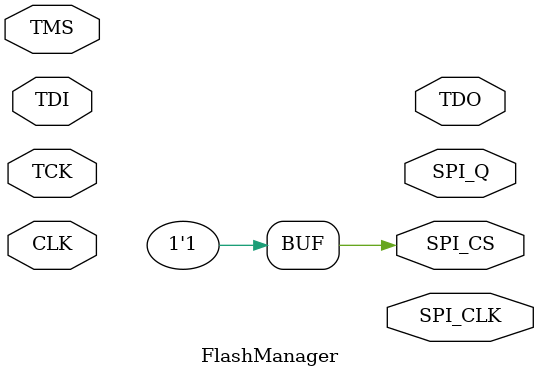
<source format=sv>
`timescale 1ns / 1ps

module FlashManager(
    input wire CLK,
    output wire SPI_CLK,
    output wire SPI_CS,
    output wire [3:0] SPI_Q,
    input wire TMS,
    input wire TCK,
    output wire TDO,
    input wire TDI
    );

    assign SPI_CS = 1;

endmodule
</source>
